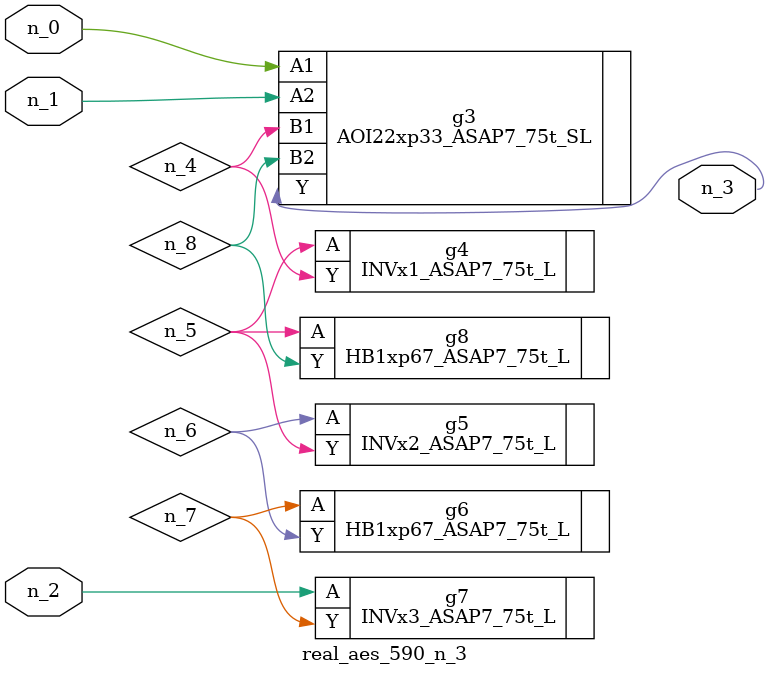
<source format=v>
module real_aes_590_n_3 (n_0, n_2, n_1, n_3);
input n_0;
input n_2;
input n_1;
output n_3;
wire n_4;
wire n_5;
wire n_7;
wire n_8;
wire n_6;
AOI22xp33_ASAP7_75t_SL g3 ( .A1(n_0), .A2(n_1), .B1(n_4), .B2(n_8), .Y(n_3) );
INVx3_ASAP7_75t_L g7 ( .A(n_2), .Y(n_7) );
INVx1_ASAP7_75t_L g4 ( .A(n_5), .Y(n_4) );
HB1xp67_ASAP7_75t_L g8 ( .A(n_5), .Y(n_8) );
INVx2_ASAP7_75t_L g5 ( .A(n_6), .Y(n_5) );
HB1xp67_ASAP7_75t_L g6 ( .A(n_7), .Y(n_6) );
endmodule
</source>
